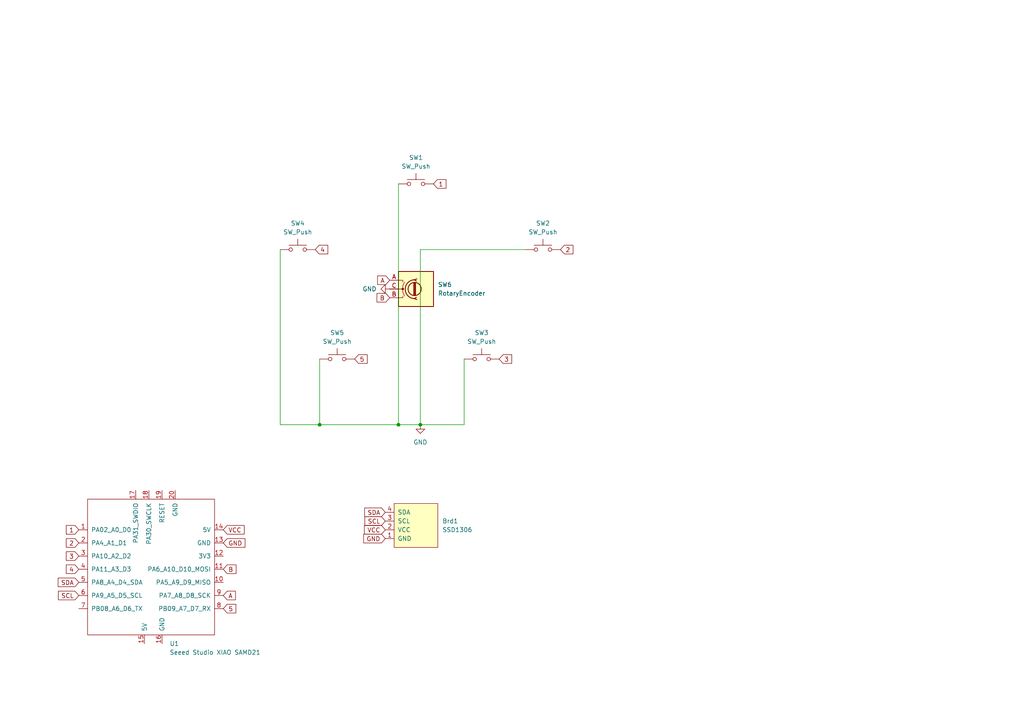
<source format=kicad_sch>
(kicad_sch (version 20231120) (generator "eeschema") (generator_version "8.0")
  (paper "A4")
  (lib_symbols
    (symbol "Device:RotaryEncoder" (pin_names (offset 0.254) hide)
      (property "Reference" "SW" (at 0 6.604 0))
      (property "Value" "RotaryEncoder" (at 0 -6.604 0))
      (symbol "RotaryEncoder_0_1"
        (rectangle (start -5.08 5.08) (end 5.08 -5.08) (stroke (width 0.254)) (fill (type background)))
        (circle (center -3.81 0) (radius 0.254) (fill (type outline)))
        (circle (center -0.381 0) (radius 1.905) (stroke (width 0.254)))
        (arc (start -0.381 2.667) (mid -3.0988 -0.0635) (end -0.381 -2.794) (stroke (width 0.254)))
        (polyline (pts (xy -0.635 -1.778) (xy -0.635 1.778)) (stroke (width 0.254)))
        (polyline (pts (xy -0.381 -1.778) (xy -0.381 1.778)) (stroke (width 0.254)))
        (polyline (pts (xy -0.127 1.778) (xy -0.127 -1.778)) (stroke (width 0.254)))
        (polyline (pts (xy -5.08 -2.54) (xy -3.81 -2.54) (xy -3.81 -2.032)))
        (polyline (pts (xy -5.08 2.54) (xy -3.81 2.54) (xy -3.81 2.032)))
        (polyline (pts (xy 0.254 -3.048) (xy -0.508 -2.794) (xy 0.127 -2.413)) (stroke (width 0.254)))
        (polyline (pts (xy 0.254 2.921) (xy -0.508 2.667) (xy 0.127 2.286)) (stroke (width 0.254)))
        (polyline (pts (xy -5.08 0) (xy -3.81 0) (xy -3.81 -1.016) (xy -3.302 -2.032)))
        (polyline (pts (xy -4.318 0) (xy -3.81 0) (xy -3.81 1.016) (xy -3.302 2.032)))
      )
      (symbol "RotaryEncoder_1_1"
        (pin passive line (at -7.62 2.54 0) (length 2.54) (name "A") (number "A"))
        (pin passive line (at -7.62 -2.54 0) (length 2.54) (name "B") (number "B"))
        (pin passive line (at -7.62 0 0) (length 2.54) (name "C") (number "C"))
      )
    )
    (symbol "SSD1306-128x64_OLED:SSD1306" (pin_names (offset 1.016))
      (property "Reference" "Brd" (at 0 -3.81 0))
      (property "Value" "SSD1306" (at 0 -1.27 0))
      (symbol "SSD1306_0_1"
        (rectangle (start -6.35 6.35) (end 6.35 -6.35) (fill (type background)))
      )
      (symbol "SSD1306_1_1"
        (pin input line (at -3.81 8.89 270) (length 2.54) (name "GND") (number "1"))
        (pin input line (at -1.27 8.89 270) (length 2.54) (name "VCC") (number "2"))
        (pin input line (at 1.27 8.89 270) (length 2.54) (name "SCL") (number "3"))
        (pin input line (at 3.81 8.89 270) (length 2.54) (name "SDA") (number "4"))
      )
    )
    (symbol "Seeed_Studio_XIAO_Series:Seeed Studio XIAO SAMD21" (pin_names (offset 1.016))
      (property "Reference" "U" (at -19.05 22.86 0))
      (property "Value" "Seeed Studio XIAO SAMD21" (at -12.7 21.59 0))
      (symbol "Seeed Studio XIAO SAMD21_0_1"
        (rectangle (start -19.05 20.32) (end 17.78 -19.05))
      )
      (symbol "Seeed Studio XIAO SAMD21_1_1"
        (pin unspecified line (at -21.59 11.43 0) (length 2.54) (name "PA02_A0_D0") (number "1"))
        (pin unspecified line (at 20.32 -3.81 180) (length 2.54) (name "PA5_A9_D9_MISO") (number "10"))
        (pin unspecified line (at 20.32 0 180) (length 2.54) (name "PA6_A10_D10_MOSI") (number "11"))
        (pin unspecified line (at 20.32 3.81 180) (length 2.54) (name "3V3") (number "12"))
        (pin unspecified line (at 20.32 7.62 180) (length 2.54) (name "GND") (number "13"))
        (pin unspecified line (at 20.32 11.43 180) (length 2.54) (name "5V") (number "14"))
        (pin input line (at -2.54 -21.59 90) (length 2.54) (name "5V") (number "15"))
        (pin input line (at 2.54 -21.59 90) (length 2.54) (name "GND") (number "16"))
        (pin input line (at -5.08 22.86 270) (length 2.54) (name "PA31_SWDIO") (number "17"))
        (pin input line (at -1.27 22.86 270) (length 2.54) (name "PA30_SWCLK") (number "18"))
        (pin input line (at 2.54 22.86 270) (length 2.54) (name "RESET") (number "19"))
        (pin unspecified line (at -21.59 7.62 0) (length 2.54) (name "PA4_A1_D1") (number "2"))
        (pin input line (at 6.35 22.86 270) (length 2.54) (name "GND") (number "20"))
        (pin unspecified line (at -21.59 3.81 0) (length 2.54) (name "PA10_A2_D2") (number "3"))
        (pin unspecified line (at -21.59 0 0) (length 2.54) (name "PA11_A3_D3") (number "4"))
        (pin unspecified line (at -21.59 -3.81 0) (length 2.54) (name "PA8_A4_D4_SDA") (number "5"))
        (pin unspecified line (at -21.59 -7.62 0) (length 2.54) (name "PA9_A5_D5_SCL") (number "6"))
        (pin unspecified line (at -21.59 -11.43 0) (length 2.54) (name "PB08_A6_D6_TX") (number "7"))
        (pin unspecified line (at 20.32 -11.43 180) (length 2.54) (name "PB09_A7_D7_RX") (number "8"))
        (pin unspecified line (at 20.32 -7.62 180) (length 2.54) (name "PA7_A8_D8_SCK") (number "9"))
      )
    )
    (symbol "Switch:SW_Push" (pin_numbers hide) (pin_names (offset 1.016) hide)
      (property "Reference" "SW" (at 1.27 2.54 0))
      (property "Value" "SW_Push" (at 0 -1.524 0))
      (symbol "SW_Push_0_1"
        (circle (center -2.032 0) (radius 0.508))
        (polyline (pts (xy 0 1.27) (xy 0 3.048)))
        (polyline (pts (xy 2.54 1.27) (xy -2.54 1.27)))
        (circle (center 2.032 0) (radius 0.508))
        (pin passive line (at -5.08 0 0) (length 2.54) (name "1") (number "1"))
        (pin passive line (at 5.08 0 180) (length 2.54) (name "2") (number "2"))
      )
    )
    (symbol "power:GND" (power) (pin_numbers hide) (pin_names (offset 0) hide)
      (property "Value" "GND" (at 0 -3.81 0))
      (symbol "GND_0_1"
        (polyline (pts (xy 0 0) (xy 0 -1.27) (xy 1.27 -1.27) (xy 0 -2.54) (xy -1.27 -1.27) (xy 0 -1.27)))
      )
      (symbol "GND_1_1"
        (pin power_in line (at 0 0 270) (length 0) (name "~") (number "1"))
      )
    )
  )
  (junction (at 115.57 123.19))
  (junction (at 121.92 123.19))
  (junction (at 92.71 123.19))
  (wire (pts (xy 134.62 123.19) (xy 121.92 123.19)))
  (wire (pts (xy 152.4 72.39) (xy 121.92 72.39)))
  (wire (pts (xy 92.71 123.19) (xy 115.57 123.19)))
  (wire (pts (xy 92.71 104.14) (xy 92.71 123.19)))
  (wire (pts (xy 81.28 72.39) (xy 81.28 123.19)))
  (wire (pts (xy 115.57 53.34) (xy 115.57 123.19)))
  (wire (pts (xy 81.28 123.19) (xy 92.71 123.19)))
  (wire (pts (xy 121.92 72.39) (xy 121.92 123.19)))
  (wire (pts (xy 134.62 104.14) (xy 134.62 123.19)))
  (wire (pts (xy 115.57 123.19) (xy 121.92 123.19)))
  (global_label "2" (shape input) (at 162.56 72.39 0) (property "Intersheetrefs" "${INTERSHEET_REFS}" (effects (hide yes))))
  (global_label "4" (shape input) (at 91.44 72.39 0) (property "Intersheetrefs" "${INTERSHEET_REFS}" (effects (hide yes))))
  (global_label "GND" (shape input) (at 111.76 156.21 180) (property "Intersheetrefs" "${INTERSHEET_REFS}" (effects (hide yes))))
  (global_label "2" (shape input) (at 22.86 157.48 180) (property "Intersheetrefs" "${INTERSHEET_REFS}" (effects (hide yes))))
  (global_label "1" (shape input) (at 125.73 53.34 0) (property "Intersheetrefs" "${INTERSHEET_REFS}" (effects (hide yes))))
  (global_label "A" (shape input) (at 64.77 172.72 0) (property "Intersheetrefs" "${INTERSHEET_REFS}" (effects (hide yes))))
  (global_label "VCC" (shape input) (at 64.77 153.67 0) (property "Intersheetrefs" "${INTERSHEET_REFS}" (effects (hide yes))))
  (global_label "GND" (shape input) (at 64.77 157.48 0) (property "Intersheetrefs" "${INTERSHEET_REFS}" (effects (hide yes))))
  (global_label "5" (shape input) (at 102.87 104.14 0) (property "Intersheetrefs" "${INTERSHEET_REFS}" (effects (hide yes))))
  (global_label "B" (shape input) (at 113.03 86.36 180) (property "Intersheetrefs" "${INTERSHEET_REFS}" (effects (hide yes))))
  (global_label "3" (shape input) (at 144.78 104.14 0) (property "Intersheetrefs" "${INTERSHEET_REFS}" (effects (hide yes))))
  (global_label "SDA" (shape input) (at 111.76 148.59 180) (property "Intersheetrefs" "${INTERSHEET_REFS}" (effects (hide yes))))
  (global_label "A" (shape input) (at 113.03 81.28 180) (property "Intersheetrefs" "${INTERSHEET_REFS}" (effects (hide yes))))
  (global_label "VCC" (shape input) (at 111.76 153.67 180) (property "Intersheetrefs" "${INTERSHEET_REFS}" (effects (hide yes))))
  (global_label "SDA" (shape input) (at 22.86 168.91 180) (property "Intersheetrefs" "${INTERSHEET_REFS}" (effects (hide yes))))
  (global_label "1" (shape input) (at 22.86 153.67 180) (property "Intersheetrefs" "${INTERSHEET_REFS}" (effects (hide yes))))
  (global_label "B" (shape input) (at 64.77 165.1 0) (property "Intersheetrefs" "${INTERSHEET_REFS}" (effects (hide yes))))
  (global_label "3" (shape input) (at 22.86 161.29 180) (property "Intersheetrefs" "${INTERSHEET_REFS}" (effects (hide yes))))
  (global_label "SCL" (shape input) (at 111.76 151.13 180) (property "Intersheetrefs" "${INTERSHEET_REFS}" (effects (hide yes))))
  (global_label "SCL" (shape input) (at 22.86 172.72 180) (property "Intersheetrefs" "${INTERSHEET_REFS}" (effects (hide yes))))
  (global_label "4" (shape input) (at 22.86 165.1 180) (property "Intersheetrefs" "${INTERSHEET_REFS}" (effects (hide yes))))
  (global_label "5" (shape input) (at 64.77 176.53 0) (property "Intersheetrefs" "${INTERSHEET_REFS}" (effects (hide yes))))
  (symbol (lib_id "power:GND") (at 113.03 83.82 270) (unit 1)
    (property "Reference" "#PWR02" (effects (hide yes)))
    (property "Value" "GND" (at 109.22 83.8199 90) (effects (justify right)))
    (property "Description" "Power symbol creates a global label with name \"GND\" , ground" (effects (hide yes)))
  )
  (symbol (lib_id "Switch:SW_Push") (at 86.36 72.39 0) (unit 1)
    (property "Reference" "SW4" (at 86.36 64.77 0))
    (property "Value" "SW_Push" (at 86.36 67.31 0))
    (property "Footprint" "Button_Switch_Keyboard:SW_Cherry_MX_1.00u_PCB" (effects (hide yes)))
    (property "Description" "Push button switch, generic, two pins" (effects (hide yes)))
  )
  (symbol (lib_id "power:GND") (at 121.92 123.19 0) (unit 1)
    (property "Reference" "#PWR01" (effects (hide yes)))
    (property "Value" "GND" (at 121.92 128.27 0))
    (property "Description" "Power symbol creates a global label with name \"GND\" , ground" (effects (hide yes)))
  )
  (symbol (lib_id "Seeed_Studio_XIAO_Series:Seeed Studio XIAO SAMD21") (at 44.45 165.1 0) (unit 1)
    (property "Reference" "U1" (at 49.1841 186.69 0) (effects (justify left)))
    (property "Value" "Seeed Studio XIAO SAMD21" (at 49.1841 189.23 0) (effects (justify left)))
    (property "Footprint" "Seeed Studio XIAO Series Library:XIAO-Generic-Thruhole-14P-2.54-21X17.8MM" (effects (hide yes)))
  )
  (symbol (lib_id "Switch:SW_Push") (at 157.48 72.39 0) (unit 1)
    (property "Reference" "SW2" (at 157.48 64.77 0))
    (property "Value" "SW_Push" (at 157.48 67.31 0))
    (property "Footprint" "Button_Switch_Keyboard:SW_Cherry_MX_1.00u_PCB" (effects (hide yes)))
    (property "Description" "Push button switch, generic, two pins" (effects (hide yes)))
  )
  (symbol (lib_id "SSD1306-128x64_OLED:SSD1306") (at 120.65 152.4 90) (unit 1)
    (property "Reference" "Brd1" (at 128.27 151.1299 90) (effects (justify right)))
    (property "Value" "SSD1306" (at 128.27 153.6699 90) (effects (justify right)))
    (property "Footprint" "SSD1306:128x64OLED" (effects (hide yes)))
  )
  (symbol (lib_id "Switch:SW_Push") (at 97.79 104.14 0) (unit 1)
    (property "Reference" "SW5" (at 97.79 96.52 0))
    (property "Value" "SW_Push" (at 97.79 99.06 0))
    (property "Footprint" "Button_Switch_Keyboard:SW_Cherry_MX_1.00u_PCB" (effects (hide yes)))
    (property "Description" "Push button switch, generic, two pins" (effects (hide yes)))
  )
  (symbol (lib_id "Switch:SW_Push") (at 120.65 53.34 0) (unit 1)
    (property "Reference" "SW1" (at 120.65 45.72 0))
    (property "Value" "SW_Push" (at 120.65 48.26 0))
    (property "Footprint" "Button_Switch_Keyboard:SW_Cherry_MX_1.00u_PCB" (effects (hide yes)))
    (property "Description" "Push button switch, generic, two pins" (effects (hide yes)))
  )
  (symbol (lib_id "Device:RotaryEncoder") (at 120.65 83.82 0) (unit 1)
    (property "Reference" "SW6" (at 127 82.5499 0) (effects (justify left)))
    (property "Value" "RotaryEncoder" (at 127 85.0899 0) (effects (justify left)))
    (property "Footprint" "Rotary_Encoder:RotaryEncoder_Alps_EC11E-Switch_Vertical_H20mm" (effects (hide yes)))
    (property "Description" "Rotary encoder, dual channel, incremental quadrate outputs" (effects (hide yes)))
  )
  (symbol (lib_id "Switch:SW_Push") (at 139.7 104.14 0) (unit 1)
    (property "Reference" "SW3" (at 139.7 96.52 0))
    (property "Value" "SW_Push" (at 139.7 99.06 0))
    (property "Footprint" "Button_Switch_Keyboard:SW_Cherry_MX_1.00u_PCB" (effects (hide yes)))
    (property "Description" "Push button switch, generic, two pins" (effects (hide yes)))
  )
)
</source>
